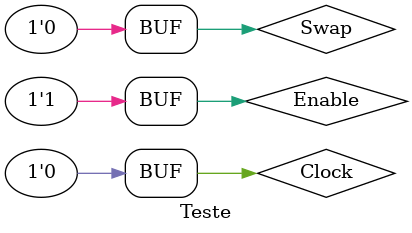
<source format=sv>
module Teste;  
    logic Swap, Enable, Clock;
    logic[3:0] DownCountS, UpCountS;

    UpDownCount Test(.Swap(Swap), .Enable(Enable), 
    .Clk(Clk), .DownCountS(DownCountS), .UpCountS(UpCountS));

    initial begin
        $dumpfile("dump.vcd");
        $dumpvars(1);

        Swap = 0;
        Enable = 0;
        Clock = 0;

        repeat(1000) #10 Clock = ~Clock;
    end

    initial begin
        #15 Enable = 1;
        #30 Enable = 0;
        #20 Enable = 1;
    end

    initial repeat(1000) begin
        #100 Swap = 1;
        #15 Swap = 0;
    end
endmodule
</source>
